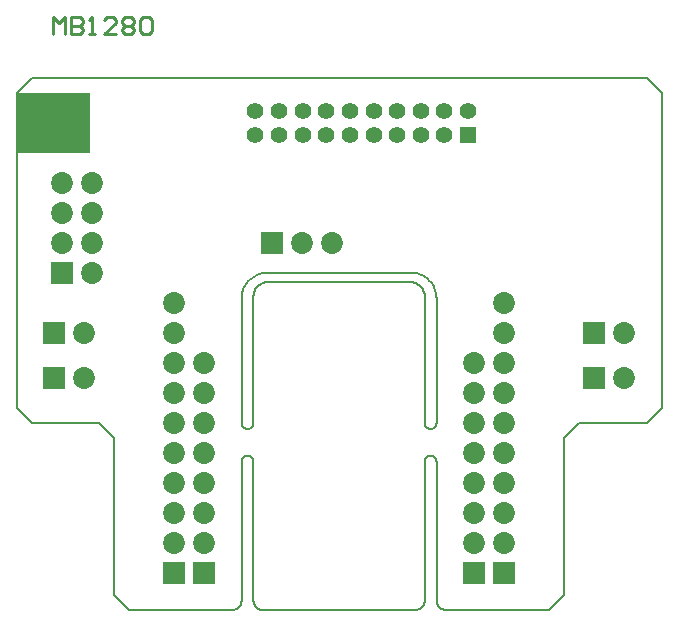
<source format=gbr>
%FSTAX23Y23*%
%MOIN*%
%SFA1B1*%

%IPPOS*%
%ADD19C,0.005000*%
%ADD21C,0.010000*%
%ADD42R,0.244220X0.204850*%
%ADD43C,0.073000*%
%ADD44R,0.073000X0.073000*%
%ADD45C,0.055240*%
%ADD46R,0.055240X0.055240*%
%ADD47R,0.073000X0.073000*%
%LNmb1280-1*%
%LPD*%
G54D19*
X01399Y-01741D02*
D01*
X01399Y-01744*
X01399Y-01746*
X01399Y-01748*
X014Y-0175*
X01401Y-01753*
X01401Y-01755*
X01402Y-01757*
X01404Y-01759*
X01405Y-01761*
X01406Y-01763*
X01408Y-01764*
X0141Y-01766*
X01411Y-01767*
X01413Y-01769*
X01415Y-0177*
X01417Y-01771*
X01419Y-01772*
X01422Y-01773*
X01424Y-01774*
X01426Y-01774*
X01428Y-01774*
X01431Y-01774*
X01432Y-01775*
X00749Y-0115D02*
D01*
X00749Y-01151*
X00749Y-01153*
X00749Y-01154*
X0075Y-01155*
X0075Y-01157*
X00751Y-01158*
X00751Y-01159*
X00752Y-0116*
X00753Y-01161*
X00754Y-01163*
X00754Y-01164*
X00755Y-01165*
X00756Y-01165*
X00758Y-01166*
X00759Y-01167*
X0076Y-01168*
X00761Y-01168*
X00763Y-01169*
X00764Y-01169*
X00765Y-01169*
X00767Y-01169*
X00768Y-0117*
X00769*
X00771Y-01169*
X00772Y-01169*
X00773Y-01169*
X00775Y-01169*
X00776Y-01168*
X00777Y-01168*
X00778Y-01167*
X0078Y-01166*
X00781Y-01165*
X00782Y-01165*
X00783Y-01164*
X00784Y-01163*
X00785Y-01161*
X00785Y-0116*
X00786Y-01159*
X00787Y-01158*
X00787Y-01157*
X00788Y-01155*
X00788Y-01154*
X00788Y-01153*
X00788Y-01151*
X00788Y-0115*
X00835Y-0065D02*
D01*
X00829Y-0065*
X00823Y-00651*
X00817Y-00652*
X00811Y-00653*
X00806Y-00655*
X008Y-00657*
X00795Y-0066*
X0079Y-00663*
X00785Y-00666*
X0078Y-0067*
X00775Y-00674*
X00771Y-00678*
X00767Y-00683*
X00764Y-00688*
X0076Y-00693*
X00758Y-00698*
X00755Y-00704*
X00753Y-0071*
X00751Y-00715*
X0075Y-00721*
X00749Y-00727*
X00749Y-00733*
X00749Y-00736*
X00835Y-00681D02*
D01*
X00832Y-00682*
X00829Y-00682*
X00825Y-00682*
X00822Y-00683*
X00819Y-00684*
X00816Y-00685*
X00813Y-00687*
X0081Y-00689*
X00808Y-0069*
X00805Y-00692*
X00803Y-00695*
X008Y-00697*
X00798Y-00699*
X00796Y-00702*
X00795Y-00705*
X00793Y-00708*
X00792Y-00711*
X00791Y-00714*
X0079Y-00717*
X00789Y-0072*
X00789Y-00723*
X00788Y-00727*
X00788Y-00728*
X01359D02*
D01*
X01359Y-00725*
X01359Y-00722*
X01358Y-00718*
X01357Y-00715*
X01356Y-00712*
X01355Y-00709*
X01354Y-00706*
X01352Y-00703*
X0135Y-00701*
X01348Y-00698*
X01346Y-00696*
X01344Y-00693*
X01341Y-00691*
X01338Y-00689*
X01336Y-00688*
X01333Y-00686*
X0133Y-00685*
X01327Y-00684*
X01324Y-00683*
X0132Y-00682*
X01317Y-00682*
X01314Y-00681*
X01312Y-00681*
X01399Y-00734D02*
D01*
X01398Y-00729*
X01398Y-00723*
X01397Y-00717*
X01395Y-00711*
X01393Y-00706*
X01391Y-007*
X01389Y-00695*
X01386Y-0069*
X01382Y-00685*
X01379Y-0068*
X01375Y-00676*
X01371Y-00672*
X01366Y-00668*
X01361Y-00664*
X01356Y-00661*
X01351Y-00658*
X01346Y-00656*
X0134Y-00654*
X01334Y-00652*
X01329Y-00651*
X01323Y-0065*
X01317Y-0065*
X01314Y-0065*
X01359Y-0115D02*
D01*
X01359Y-01151*
X01359Y-01153*
X0136Y-01154*
X0136Y-01155*
X0136Y-01157*
X01361Y-01158*
X01361Y-01159*
X01362Y-0116*
X01363Y-01161*
X01364Y-01163*
X01365Y-01164*
X01366Y-01165*
X01367Y-01165*
X01368Y-01166*
X01369Y-01167*
X0137Y-01168*
X01371Y-01168*
X01373Y-01169*
X01374Y-01169*
X01375Y-01169*
X01377Y-01169*
X01378Y-0117*
X0138*
X01381Y-01169*
X01382Y-01169*
X01384Y-01169*
X01385Y-01169*
X01386Y-01168*
X01387Y-01168*
X01389Y-01167*
X0139Y-01166*
X01391Y-01165*
X01392Y-01165*
X01393Y-01164*
X01394Y-01163*
X01395Y-01161*
X01396Y-0116*
X01396Y-01159*
X01397Y-01158*
X01397Y-01157*
X01398Y-01155*
X01398Y-01154*
X01398Y-01153*
X01398Y-01151*
X01399Y-0115*
Y-01278D02*
D01*
X01398Y-01277*
X01398Y-01276*
X01398Y-01274*
X01398Y-01273*
X01397Y-01272*
X01397Y-0127*
X01396Y-01269*
X01396Y-01268*
X01395Y-01267*
X01394Y-01266*
X01393Y-01265*
X01392Y-01264*
X01391Y-01263*
X0139Y-01262*
X01389Y-01261*
X01387Y-01261*
X01386Y-0126*
X01385Y-0126*
X01384Y-01259*
X01382Y-01259*
X01381Y-01259*
X0138Y-01259*
X01378*
X01377Y-01259*
X01375Y-01259*
X01374Y-01259*
X01373Y-0126*
X01371Y-0126*
X0137Y-01261*
X01369Y-01261*
X01368Y-01262*
X01367Y-01263*
X01366Y-01264*
X01365Y-01265*
X01364Y-01266*
X01363Y-01267*
X01362Y-01268*
X01361Y-01269*
X01361Y-0127*
X0136Y-01272*
X0136Y-01273*
X0136Y-01274*
X01359Y-01276*
X01359Y-01277*
X01359Y-01278*
X00716Y-01775D02*
D01*
X00718Y-01774*
X0072Y-01774*
X00723Y-01774*
X00725Y-01773*
X00727Y-01772*
X00729Y-01772*
X00731Y-01771*
X00733Y-01769*
X00735Y-01768*
X00737Y-01767*
X00739Y-01765*
X0074Y-01763*
X00742Y-01762*
X00743Y-0176*
X00744Y-01758*
X00746Y-01756*
X00746Y-01754*
X00747Y-01751*
X00748Y-01749*
X00748Y-01747*
X00749Y-01745*
X00749Y-01742*
X00749Y-01741*
X00788Y-01278D02*
D01*
X00788Y-01277*
X00788Y-01276*
X00788Y-01274*
X00788Y-01273*
X00787Y-01272*
X00787Y-0127*
X00786Y-01269*
X00785Y-01268*
X00785Y-01267*
X00784Y-01266*
X00783Y-01265*
X00782Y-01264*
X00781Y-01263*
X0078Y-01262*
X00778Y-01261*
X00777Y-01261*
X00776Y-0126*
X00775Y-0126*
X00773Y-01259*
X00772Y-01259*
X00771Y-01259*
X00769Y-01259*
X00768*
X00767Y-01259*
X00765Y-01259*
X00764Y-01259*
X00763Y-0126*
X00761Y-0126*
X0076Y-01261*
X00759Y-01261*
X00758Y-01262*
X00756Y-01263*
X00755Y-01264*
X00754Y-01265*
X00754Y-01266*
X00753Y-01267*
X00752Y-01268*
X00751Y-01269*
X00751Y-0127*
X0075Y-01272*
X0075Y-01273*
X00749Y-01274*
X00749Y-01276*
X00749Y-01277*
X00749Y-01278*
X00788Y-01741D02*
D01*
X00788Y-01744*
X00789Y-01746*
X00789Y-01748*
X0079Y-0175*
X0079Y-01753*
X00791Y-01755*
X00792Y-01757*
X00793Y-01759*
X00795Y-01761*
X00796Y-01763*
X00798Y-01764*
X00799Y-01766*
X00801Y-01767*
X00803Y-01769*
X00805Y-0177*
X00807Y-01771*
X00809Y-01772*
X00811Y-01773*
X00814Y-01774*
X00816Y-01774*
X00818Y-01774*
X0082Y-01774*
X00822Y-01775*
X01326D02*
D01*
X01328Y-01774*
X0133Y-01774*
X01333Y-01774*
X01335Y-01773*
X01337Y-01772*
X01339Y-01772*
X01341Y-01771*
X01343Y-01769*
X01345Y-01768*
X01347Y-01767*
X01349Y-01765*
X01351Y-01763*
X01352Y-01762*
X01353Y-0176*
X01355Y-01758*
X01356Y-01756*
X01357Y-01754*
X01358Y-01751*
X01358Y-01749*
X01359Y-01747*
X01359Y-01745*
X01359Y-01742*
X01359Y-01741*
X00749Y-0115D02*
Y-00736D01*
X00788Y-0115D02*
Y-00728D01*
X00835Y-00681D02*
X01312D01*
X00835Y-0065D02*
X01314D01*
X01359Y-0115D02*
Y-00728D01*
X01399Y-0115D02*
Y-00734D01*
X00275Y-0115D02*
X00325Y-012D01*
X0005Y-0115D02*
X00275D01*
X0Y-011D02*
X0005Y-0115D01*
X01875D02*
X021D01*
X0215Y-011*
X01825Y-012D02*
X01875Y-0115D01*
X01359Y-01741D02*
Y-0128D01*
X01399D02*
X01399Y-01741D01*
X00749D02*
Y-0128D01*
X00788Y-01741D02*
Y-0128D01*
X00822Y-01775D02*
X01326D01*
X0Y-0005D02*
X0005Y0D01*
X0Y-011D02*
Y-0005D01*
X00375Y-01775D02*
X00716D01*
X00325Y-01725D02*
X00375Y-01775D01*
X00325Y-01725D02*
Y-012D01*
X01775Y-01775D02*
X01825Y-01725D01*
X01432Y-01775D02*
X01775D01*
X01825Y-01725D02*
Y-012D01*
X0005Y0D02*
X021D01*
X0215Y-0005*
Y-011D02*
Y-0005D01*
G54D21*
X0012Y00145D02*
Y00204D01*
X00139Y00184*
X00159Y00204*
Y00145*
X00179Y00204D02*
Y00145D01*
X00209*
X00219Y00155*
Y00164*
X00209Y00174*
X00179*
X00209*
X00219Y00184*
Y00194*
X00209Y00204*
X00179*
X00239Y00145D02*
X00259D01*
X00249*
Y00204*
X00239Y00194*
X00329Y00145D02*
X00289D01*
X00329Y00184*
Y00194*
X00319Y00204*
X00299*
X00289Y00194*
X00349D02*
X00359Y00204D01*
X00379*
X00389Y00194*
Y00184*
X00379Y00174*
X00389Y00164*
Y00155*
X00379Y00145*
X00359*
X00349Y00155*
Y00164*
X00359Y00174*
X00349Y00184*
Y00194*
X00359Y00174D02*
X00379D01*
X00409Y00194D02*
X00419Y00204D01*
X00439*
X00449Y00194*
Y00155*
X00439Y00145*
X00419*
X00409Y00155*
Y00194*
G54D42*
X00125Y-0015D03*
G54D43*
X01525Y-0135D03*
Y-0155D03*
Y-0125D03*
Y-0115D03*
Y-0105D03*
Y-0095D03*
Y-0145D03*
X00625D03*
Y-0095D03*
Y-0105D03*
Y-0115D03*
Y-0125D03*
Y-0155D03*
Y-0135D03*
X0015Y-0055D03*
Y-0045D03*
Y-0035D03*
X0025Y-0065D03*
Y-0055D03*
Y-0045D03*
Y-0035D03*
X01625Y-0105D03*
Y-0085D03*
Y-0075D03*
Y-0115D03*
Y-0095D03*
Y-0125D03*
Y-0135D03*
Y-0145D03*
Y-0155D03*
X00525D03*
Y-0145D03*
Y-0135D03*
Y-0125D03*
Y-0095D03*
Y-0115D03*
Y-0075D03*
Y-0085D03*
Y-0105D03*
X00225Y-01D03*
X02025D03*
X0095Y-0055D03*
X0105D03*
X02025Y-0085D03*
X00225D03*
G54D44*
X01525Y-0165D03*
X00625D03*
X0015Y-0065D03*
X01625Y-0165D03*
X00525D03*
X00125Y-01D03*
X01925D03*
Y-0085D03*
X00125D03*
G54D45*
X00795Y-0011D03*
X00874D03*
X00953D03*
X01031D03*
X0111D03*
X01189D03*
X01268D03*
X01346D03*
X01425D03*
X01504D03*
X00795Y-00189D03*
X00874D03*
X00953D03*
X01031D03*
X0111D03*
X01189D03*
X01268D03*
X01346D03*
X01425D03*
G54D46*
X01504Y-00189D03*
G54D47*
X0085Y-0055D03*
M02*
</source>
